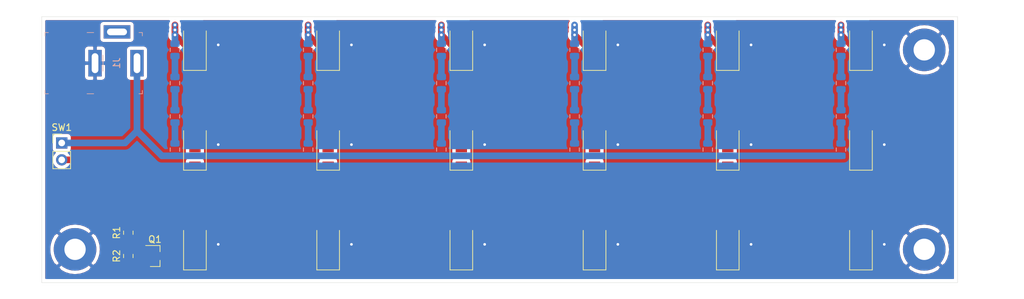
<source format=kicad_pcb>
(kicad_pcb (version 20171130) (host pcbnew "(5.1.6)-1")
  (layers (0 F.Cu signal) (31 B.Cu signal) (34 B.Paste user) (35 F.Paste user) (36 B.SilkS user) (37 F.SilkS user) (38 B.Mask user) (39 F.Mask user) (44 Edge.Cuts user))
  (net 0 "")
  (net 1 "Net-(D1-Pad2)")
  (net 2 "Net-(D1-Pad1)")
  (net 3 "Net-(D2-Pad1)")
  (net 4 SW_GND)
  (net 5 "Net-(D4-Pad2)")
  (net 6 "Net-(D4-Pad1)")
  (net 7 "Net-(D5-Pad1)")
  (net 8 "Net-(D7-Pad2)")
  (net 9 "Net-(D7-Pad1)")
  (net 10 "Net-(D8-Pad1)")
  (net 11 "Net-(D10-Pad2)")
  (net 12 "Net-(D10-Pad1)")
  (net 13 "Net-(D11-Pad1)")
  (net 14 "Net-(D13-Pad2)")
  (net 15 "Net-(D13-Pad1)")
  (net 16 "Net-(D14-Pad1)")
  (net 17 "Net-(D16-Pad2)")
  (net 18 "Net-(D16-Pad1)")
  (net 19 "Net-(D17-Pad1)")
  (net 20 +12V)
  (net 21 GND)
  (net 22 "Net-(Q1-Pad1)")
  (net 23 SW_V)
  (net 24 "Net-(R3-Pad2)")
  (net 25 "Net-(R4-Pad2)")
  (net 26 "Net-(R5-Pad2)")
  (net 27 "Net-(R7-Pad2)")
  (net 28 "Net-(R8-Pad2)")
  (net 29 "Net-(R10-Pad1)")
  (net 30 "Net-(R11-Pad2)")
  (net 31 "Net-(R12-Pad2)")
  (net 32 "Net-(R13-Pad2)")
  (net 33 "Net-(R15-Pad2)")
  (net 34 "Net-(R16-Pad2)")
  (net 35 "Net-(R17-Pad2)")
  (net 36 "Net-(R19-Pad2)")
  (net 37 "Net-(R20-Pad2)")
  (net 38 "Net-(R21-Pad2)")
  (net 39 "Net-(R23-Pad2)")
  (net 40 "Net-(R24-Pad2)")
  (net 41 "Net-(R25-Pad2)")
  (module LED_SMD:LED_Yuji_5730 (layer F.Cu) (at 78 59.5 90)
    (fp_text reference D18 hide)
    (fp_text value 3.2v)
    (fp_line (start -3.59 1.7) (end -3.59 -1.7) (layer F.SilkS) (width 0.12))
    (fp_line (start 2.35 1.7) (end -3.59 1.7) (layer F.SilkS) (width 0.12))
    (fp_line (start -3.59 -1.7) (end 2.35 -1.7) (layer F.SilkS) (width 0.12))
    (pad 2 smd rect (at 0.35 0 90) (size 2.5 1.7) (layers F.Cu F.Paste F.Mask) (net 19 "Net-(D17-Pad1)"))
    (pad 2 smd rect (at 2.85 0 90) (size 1.1 1.7) (layers F.Cu F.Paste F.Mask) (net 19 "Net-(D17-Pad1)"))
    (pad 1 smd rect (at -2.85 0 90) (size 1.1 1.7) (layers F.Cu F.Paste F.Mask) (net 4 SW_GND))
  )
  (module LED_SMD:LED_Yuji_5730 (layer F.Cu) (at 78 44.5 90)
    (fp_text reference D17 hide)
    (fp_text value 3.2v)
    (fp_line (start -3.59 1.7) (end -3.59 -1.7) (layer F.SilkS) (width 0.12))
    (fp_line (start 2.35 1.7) (end -3.59 1.7) (layer F.SilkS) (width 0.12))
    (fp_line (start -3.59 -1.7) (end 2.35 -1.7) (layer F.SilkS) (width 0.12))
    (pad 2 smd rect (at 0.35 0 90) (size 2.5 1.7) (layers F.Cu F.Paste F.Mask) (net 18 "Net-(D16-Pad1)"))
    (pad 2 smd rect (at 2.85 0 90) (size 1.1 1.7) (layers F.Cu F.Paste F.Mask) (net 18 "Net-(D16-Pad1)"))
    (pad 1 smd rect (at -2.85 0 90) (size 1.1 1.7) (layers F.Cu F.Paste F.Mask) (net 19 "Net-(D17-Pad1)"))
  )
  (module LED_SMD:LED_Yuji_5730 (layer F.Cu) (at 78 29.5 90)
    (fp_text reference D16 hide)
    (fp_text value 3.2v)
    (fp_line (start -3.59 1.7) (end -3.59 -1.7) (layer F.SilkS) (width 0.12))
    (fp_line (start 2.35 1.7) (end -3.59 1.7) (layer F.SilkS) (width 0.12))
    (fp_line (start -3.59 -1.7) (end 2.35 -1.7) (layer F.SilkS) (width 0.12))
    (pad 2 smd rect (at 0.35 0 90) (size 2.5 1.7) (layers F.Cu F.Paste F.Mask) (net 17 "Net-(D16-Pad2)"))
    (pad 2 smd rect (at 2.85 0 90) (size 1.1 1.7) (layers F.Cu F.Paste F.Mask) (net 17 "Net-(D16-Pad2)"))
    (pad 1 smd rect (at -2.85 0 90) (size 1.1 1.7) (layers F.Cu F.Paste F.Mask) (net 18 "Net-(D16-Pad1)"))
  )
  (module LED_SMD:LED_Yuji_5730 (layer F.Cu) (at 98 59.5 90)
    (fp_text reference D15 hide)
    (fp_text value 3.2v)
    (fp_line (start -3.59 1.7) (end -3.59 -1.7) (layer F.SilkS) (width 0.12))
    (fp_line (start 2.35 1.7) (end -3.59 1.7) (layer F.SilkS) (width 0.12))
    (fp_line (start -3.59 -1.7) (end 2.35 -1.7) (layer F.SilkS) (width 0.12))
    (pad 2 smd rect (at 0.35 0 90) (size 2.5 1.7) (layers F.Cu F.Paste F.Mask) (net 16 "Net-(D14-Pad1)"))
    (pad 2 smd rect (at 2.85 0 90) (size 1.1 1.7) (layers F.Cu F.Paste F.Mask) (net 16 "Net-(D14-Pad1)"))
    (pad 1 smd rect (at -2.85 0 90) (size 1.1 1.7) (layers F.Cu F.Paste F.Mask) (net 4 SW_GND))
  )
  (module LED_SMD:LED_Yuji_5730 (layer F.Cu) (at 98 44.5 90)
    (fp_text reference D14 hide)
    (fp_text value 3.2v)
    (fp_line (start -3.59 1.7) (end -3.59 -1.7) (layer F.SilkS) (width 0.12))
    (fp_line (start 2.35 1.7) (end -3.59 1.7) (layer F.SilkS) (width 0.12))
    (fp_line (start -3.59 -1.7) (end 2.35 -1.7) (layer F.SilkS) (width 0.12))
    (pad 2 smd rect (at 0.35 0 90) (size 2.5 1.7) (layers F.Cu F.Paste F.Mask) (net 15 "Net-(D13-Pad1)"))
    (pad 2 smd rect (at 2.85 0 90) (size 1.1 1.7) (layers F.Cu F.Paste F.Mask) (net 15 "Net-(D13-Pad1)"))
    (pad 1 smd rect (at -2.85 0 90) (size 1.1 1.7) (layers F.Cu F.Paste F.Mask) (net 16 "Net-(D14-Pad1)"))
  )
  (module LED_SMD:LED_Yuji_5730 (layer F.Cu) (at 98 29.5 90)
    (fp_text reference D13 hide)
    (fp_text value 3.2v)
    (fp_line (start -3.59 1.7) (end -3.59 -1.7) (layer F.SilkS) (width 0.12))
    (fp_line (start 2.35 1.7) (end -3.59 1.7) (layer F.SilkS) (width 0.12))
    (fp_line (start -3.59 -1.7) (end 2.35 -1.7) (layer F.SilkS) (width 0.12))
    (pad 2 smd rect (at 0.35 0 90) (size 2.5 1.7) (layers F.Cu F.Paste F.Mask) (net 14 "Net-(D13-Pad2)"))
    (pad 2 smd rect (at 2.85 0 90) (size 1.1 1.7) (layers F.Cu F.Paste F.Mask) (net 14 "Net-(D13-Pad2)"))
    (pad 1 smd rect (at -2.85 0 90) (size 1.1 1.7) (layers F.Cu F.Paste F.Mask) (net 15 "Net-(D13-Pad1)"))
  )
  (module LED_SMD:LED_Yuji_5730 (layer F.Cu) (at 118.000001 59.5 90)
    (fp_text reference D12 hide)
    (fp_text value 3.2v)
    (fp_line (start -3.59 1.7) (end -3.59 -1.7) (layer F.SilkS) (width 0.12))
    (fp_line (start 2.35 1.7) (end -3.59 1.7) (layer F.SilkS) (width 0.12))
    (fp_line (start -3.59 -1.7) (end 2.35 -1.7) (layer F.SilkS) (width 0.12))
    (pad 2 smd rect (at 0.35 0 90) (size 2.5 1.7) (layers F.Cu F.Paste F.Mask) (net 13 "Net-(D11-Pad1)"))
    (pad 2 smd rect (at 2.85 0 90) (size 1.1 1.7) (layers F.Cu F.Paste F.Mask) (net 13 "Net-(D11-Pad1)"))
    (pad 1 smd rect (at -2.85 0 90) (size 1.1 1.7) (layers F.Cu F.Paste F.Mask) (net 4 SW_GND))
  )
  (module LED_SMD:LED_Yuji_5730 (layer F.Cu) (at 118 44.5 90)
    (fp_text reference D11 hide)
    (fp_text value 3.2v)
    (fp_line (start -3.59 1.7) (end -3.59 -1.7) (layer F.SilkS) (width 0.12))
    (fp_line (start 2.35 1.7) (end -3.59 1.7) (layer F.SilkS) (width 0.12))
    (fp_line (start -3.59 -1.7) (end 2.35 -1.7) (layer F.SilkS) (width 0.12))
    (pad 2 smd rect (at 0.35 0 90) (size 2.5 1.7) (layers F.Cu F.Paste F.Mask) (net 12 "Net-(D10-Pad1)"))
    (pad 2 smd rect (at 2.85 0 90) (size 1.1 1.7) (layers F.Cu F.Paste F.Mask) (net 12 "Net-(D10-Pad1)"))
    (pad 1 smd rect (at -2.85 0 90) (size 1.1 1.7) (layers F.Cu F.Paste F.Mask) (net 13 "Net-(D11-Pad1)"))
  )
  (module LED_SMD:LED_Yuji_5730 (layer F.Cu) (at 118 29.5 90)
    (fp_text reference D10 hide)
    (fp_text value 3.2v)
    (fp_line (start -3.59 1.7) (end -3.59 -1.7) (layer F.SilkS) (width 0.12))
    (fp_line (start 2.35 1.7) (end -3.59 1.7) (layer F.SilkS) (width 0.12))
    (fp_line (start -3.59 -1.7) (end 2.35 -1.7) (layer F.SilkS) (width 0.12))
    (pad 2 smd rect (at 0.35 0 90) (size 2.5 1.7) (layers F.Cu F.Paste F.Mask) (net 11 "Net-(D10-Pad2)"))
    (pad 2 smd rect (at 2.85 0 90) (size 1.1 1.7) (layers F.Cu F.Paste F.Mask) (net 11 "Net-(D10-Pad2)"))
    (pad 1 smd rect (at -2.85 0 90) (size 1.1 1.7) (layers F.Cu F.Paste F.Mask) (net 12 "Net-(D10-Pad1)"))
  )
  (module LED_SMD:LED_Yuji_5730 (layer F.Cu) (at 138 59.5 90)
    (fp_text reference D9 hide)
    (fp_text value 3.2v)
    (fp_line (start -3.59 1.7) (end -3.59 -1.7) (layer F.SilkS) (width 0.12))
    (fp_line (start 2.35 1.7) (end -3.59 1.7) (layer F.SilkS) (width 0.12))
    (fp_line (start -3.59 -1.7) (end 2.35 -1.7) (layer F.SilkS) (width 0.12))
    (pad 2 smd rect (at 0.35 0 90) (size 2.5 1.7) (layers F.Cu F.Paste F.Mask) (net 10 "Net-(D8-Pad1)"))
    (pad 2 smd rect (at 2.85 0 90) (size 1.1 1.7) (layers F.Cu F.Paste F.Mask) (net 10 "Net-(D8-Pad1)"))
    (pad 1 smd rect (at -2.85 0 90) (size 1.1 1.7) (layers F.Cu F.Paste F.Mask) (net 4 SW_GND))
  )
  (module LED_SMD:LED_Yuji_5730 (layer F.Cu) (at 138 44.5 90)
    (fp_text reference D8 hide)
    (fp_text value 3.2v)
    (fp_line (start -3.59 1.7) (end -3.59 -1.7) (layer F.SilkS) (width 0.12))
    (fp_line (start 2.35 1.7) (end -3.59 1.7) (layer F.SilkS) (width 0.12))
    (fp_line (start -3.59 -1.7) (end 2.35 -1.7) (layer F.SilkS) (width 0.12))
    (pad 2 smd rect (at 0.35 0 90) (size 2.5 1.7) (layers F.Cu F.Paste F.Mask) (net 9 "Net-(D7-Pad1)"))
    (pad 2 smd rect (at 2.85 0 90) (size 1.1 1.7) (layers F.Cu F.Paste F.Mask) (net 9 "Net-(D7-Pad1)"))
    (pad 1 smd rect (at -2.85 0 90) (size 1.1 1.7) (layers F.Cu F.Paste F.Mask) (net 10 "Net-(D8-Pad1)"))
  )
  (module LED_SMD:LED_Yuji_5730 (layer F.Cu) (at 138 29.5 90)
    (fp_text reference D7 hide)
    (fp_text value 3.2v)
    (fp_line (start -3.59 1.7) (end -3.59 -1.7) (layer F.SilkS) (width 0.12))
    (fp_line (start 2.35 1.7) (end -3.59 1.7) (layer F.SilkS) (width 0.12))
    (fp_line (start -3.59 -1.7) (end 2.35 -1.7) (layer F.SilkS) (width 0.12))
    (pad 2 smd rect (at 0.35 0 90) (size 2.5 1.7) (layers F.Cu F.Paste F.Mask) (net 8 "Net-(D7-Pad2)"))
    (pad 2 smd rect (at 2.85 0 90) (size 1.1 1.7) (layers F.Cu F.Paste F.Mask) (net 8 "Net-(D7-Pad2)"))
    (pad 1 smd rect (at -2.85 0 90) (size 1.1 1.7) (layers F.Cu F.Paste F.Mask) (net 9 "Net-(D7-Pad1)"))
  )
  (module LED_SMD:LED_Yuji_5730 (layer F.Cu) (at 158.000001 59.5 90)
    (fp_text reference D6 hide)
    (fp_text value 3.2v)
    (fp_line (start -3.59 1.7) (end -3.59 -1.7) (layer F.SilkS) (width 0.12))
    (fp_line (start 2.35 1.7) (end -3.59 1.7) (layer F.SilkS) (width 0.12))
    (fp_line (start -3.59 -1.7) (end 2.35 -1.7) (layer F.SilkS) (width 0.12))
    (pad 2 smd rect (at 0.35 0 90) (size 2.5 1.7) (layers F.Cu F.Paste F.Mask) (net 7 "Net-(D5-Pad1)"))
    (pad 2 smd rect (at 2.85 0 90) (size 1.1 1.7) (layers F.Cu F.Paste F.Mask) (net 7 "Net-(D5-Pad1)"))
    (pad 1 smd rect (at -2.85 0 90) (size 1.1 1.7) (layers F.Cu F.Paste F.Mask) (net 4 SW_GND))
  )
  (module LED_SMD:LED_Yuji_5730 (layer F.Cu) (at 158 44.5 90)
    (fp_text reference D5 hide)
    (fp_text value 3.2v)
    (fp_line (start -3.59 1.7) (end -3.59 -1.7) (layer F.SilkS) (width 0.12))
    (fp_line (start 2.35 1.7) (end -3.59 1.7) (layer F.SilkS) (width 0.12))
    (fp_line (start -3.59 -1.7) (end 2.35 -1.7) (layer F.SilkS) (width 0.12))
    (pad 2 smd rect (at 0.35 0 90) (size 2.5 1.7) (layers F.Cu F.Paste F.Mask) (net 6 "Net-(D4-Pad1)"))
    (pad 2 smd rect (at 2.85 0 90) (size 1.1 1.7) (layers F.Cu F.Paste F.Mask) (net 6 "Net-(D4-Pad1)"))
    (pad 1 smd rect (at -2.85 0 90) (size 1.1 1.7) (layers F.Cu F.Paste F.Mask) (net 7 "Net-(D5-Pad1)"))
  )
  (module LED_SMD:LED_Yuji_5730 (layer F.Cu) (at 158 29.5 90)
    (fp_text reference D4 hide)
    (fp_text value 3.2v)
    (fp_line (start -3.59 1.7) (end -3.59 -1.7) (layer F.SilkS) (width 0.12))
    (fp_line (start 2.35 1.7) (end -3.59 1.7) (layer F.SilkS) (width 0.12))
    (fp_line (start -3.59 -1.7) (end 2.35 -1.7) (layer F.SilkS) (width 0.12))
    (pad 2 smd rect (at 0.35 0 90) (size 2.5 1.7) (layers F.Cu F.Paste F.Mask) (net 5 "Net-(D4-Pad2)"))
    (pad 2 smd rect (at 2.85 0 90) (size 1.1 1.7) (layers F.Cu F.Paste F.Mask) (net 5 "Net-(D4-Pad2)"))
    (pad 1 smd rect (at -2.85 0 90) (size 1.1 1.7) (layers F.Cu F.Paste F.Mask) (net 6 "Net-(D4-Pad1)"))
  )
  (module LED_SMD:LED_Yuji_5730 (layer F.Cu) (at 178 59.5 90)
    (fp_text reference D3 hide)
    (fp_text value 3.2v)
    (fp_line (start -3.59 1.7) (end -3.59 -1.7) (layer F.SilkS) (width 0.12))
    (fp_line (start 2.35 1.7) (end -3.59 1.7) (layer F.SilkS) (width 0.12))
    (fp_line (start -3.59 -1.7) (end 2.35 -1.7) (layer F.SilkS) (width 0.12))
    (pad 2 smd rect (at 0.35 0 90) (size 2.5 1.7) (layers F.Cu F.Paste F.Mask) (net 3 "Net-(D2-Pad1)"))
    (pad 2 smd rect (at 2.85 0 90) (size 1.1 1.7) (layers F.Cu F.Paste F.Mask) (net 3 "Net-(D2-Pad1)"))
    (pad 1 smd rect (at -2.85 0 90) (size 1.1 1.7) (layers F.Cu F.Paste F.Mask) (net 4 SW_GND))
  )
  (module LED_SMD:LED_Yuji_5730 (layer F.Cu) (at 178 44.5 90)
    (fp_text reference D2 hide)
    (fp_text value 3.2v)
    (fp_line (start -3.59 1.7) (end -3.59 -1.7) (layer F.SilkS) (width 0.12))
    (fp_line (start 2.35 1.7) (end -3.59 1.7) (layer F.SilkS) (width 0.12))
    (fp_line (start -3.59 -1.7) (end 2.35 -1.7) (layer F.SilkS) (width 0.12))
    (pad 2 smd rect (at 0.35 0 90) (size 2.5 1.7) (layers F.Cu F.Paste F.Mask) (net 2 "Net-(D1-Pad1)"))
    (pad 2 smd rect (at 2.85 0 90) (size 1.1 1.7) (layers F.Cu F.Paste F.Mask) (net 2 "Net-(D1-Pad1)"))
    (pad 1 smd rect (at -2.85 0 90) (size 1.1 1.7) (layers F.Cu F.Paste F.Mask) (net 3 "Net-(D2-Pad1)"))
  )
  (module LED_SMD:LED_Yuji_5730 (layer F.Cu) (at 178 29.5 90)
    (fp_text reference D1 hide)
    (fp_text value 3.2v)
    (fp_line (start -3.59 1.7) (end -3.59 -1.7) (layer F.SilkS) (width 0.12))
    (fp_line (start 2.35 1.7) (end -3.59 1.7) (layer F.SilkS) (width 0.12))
    (fp_line (start -3.59 -1.7) (end 2.35 -1.7) (layer F.SilkS) (width 0.12))
    (pad 2 smd rect (at 0.35 0 90) (size 2.5 1.7) (layers F.Cu F.Paste F.Mask) (net 1 "Net-(D1-Pad2)"))
    (pad 2 smd rect (at 2.85 0 90) (size 1.1 1.7) (layers F.Cu F.Paste F.Mask) (net 1 "Net-(D1-Pad2)"))
    (pad 1 smd rect (at -2.85 0 90) (size 1.1 1.7) (layers F.Cu F.Paste F.Mask) (net 2 "Net-(D1-Pad1)"))
  )
  (module MountingHole:MountingHole_3.2mm_M3_Pad (layer F.Cu) (at 60 60)
    (fp_text reference REF** hide)
    (fp_text value MountingHole_3.2mm_M3_Pad)
    (pad 1 thru_hole circle (at 0 0) (size 6.4 6.4) (drill 3.2) (layers *.Cu *.Mask) (net 21 GND))
  )
  (module MountingHole:MountingHole_3.2mm_M3_Pad (layer F.Cu) (at 187.5 60)
    (fp_text reference REF** hide)
    (fp_text value MountingHole_3.2mm_M3_Pad)
    (pad 1 thru_hole circle (at 0 0) (size 6.4 6.4) (drill 3.2) (layers *.Cu *.Mask) (net 21 GND))
  )
  (module MountingHole:MountingHole_3.2mm_M3_Pad (layer F.Cu) (at 187.5 30)
    (fp_text reference REF** hide)
    (fp_text value MountingHole_3.2mm_M3_Pad)
    (pad 1 thru_hole circle (at 0 0) (size 6.4 6.4) (drill 3.2) (layers *.Cu *.Mask) (net 21 GND))
  )
  (module Connector_PinHeader_2.54mm:PinHeader_1x02_P2.54mm_Vertical (layer F.Cu) (at 58 44)
    (fp_text reference SW1 (at 0 -2.33) (layer F.SilkS))
    (fp_text value SW_SPST)
    (fp_line (start -1.33 -1.33) (end 0 -1.33) (layer F.SilkS) (width 0.12))
    (fp_line (start -1.33 0) (end -1.33 -1.33) (layer F.SilkS) (width 0.12))
    (fp_line (start -1.33 1.27) (end 1.33 1.27) (layer F.SilkS) (width 0.12))
    (fp_line (start 1.33 1.27) (end 1.33 3.87) (layer F.SilkS) (width 0.12))
    (fp_line (start -1.33 1.27) (end -1.33 3.87) (layer F.SilkS) (width 0.12))
    (fp_line (start -1.33 3.87) (end 1.33 3.87) (layer F.SilkS) (width 0.12))
    (pad 2 thru_hole oval (at 0 2.54) (size 1.7 1.7) (drill 1) (layers *.Cu *.Mask) (net 23 SW_V))
    (pad 1 thru_hole rect (at 0 0) (size 1.7 1.7) (drill 1) (layers *.Cu *.Mask) (net 20 +12V))
  )
  (module Resistor_SMD:R_0805_2012Metric (layer B.Cu) (at 75 30 90)
    (fp_text reference R26 hide)
    (fp_text value 10R)
    (fp_line (start -0.258578 -0.71) (end 0.258578 -0.71) (layer B.SilkS) (width 0.12))
    (fp_line (start -0.258578 0.71) (end 0.258578 0.71) (layer B.SilkS) (width 0.12))
    (pad 2 smd roundrect (at 0.9375 0 90) (size 0.975 1.4) (layers B.Cu B.Paste B.Mask) (net 17 "Net-(D16-Pad2)"))
    (pad 1 smd roundrect (at -0.9375 0 90) (size 0.975 1.4) (layers B.Cu B.Paste B.Mask) (net 41 "Net-(R25-Pad2)"))
  )
  (module Resistor_SMD:R_0805_2012Metric (layer B.Cu) (at 75 35.000001 90)
    (fp_text reference R25 hide)
    (fp_text value 10R)
    (fp_line (start -0.258578 -0.71) (end 0.258578 -0.71) (layer B.SilkS) (width 0.12))
    (fp_line (start -0.258578 0.71) (end 0.258578 0.71) (layer B.SilkS) (width 0.12))
    (pad 2 smd roundrect (at 0.9375 0 90) (size 0.975 1.4) (layers B.Cu B.Paste B.Mask) (net 41 "Net-(R25-Pad2)"))
    (pad 1 smd roundrect (at -0.9375 0 90) (size 0.975 1.4) (layers B.Cu B.Paste B.Mask) (net 40 "Net-(R24-Pad2)"))
  )
  (module Resistor_SMD:R_0805_2012Metric (layer B.Cu) (at 75 40 90)
    (fp_text reference R24 hide)
    (fp_text value 10R)
    (fp_line (start -0.258578 -0.71) (end 0.258578 -0.71) (layer B.SilkS) (width 0.12))
    (fp_line (start -0.258578 0.71) (end 0.258578 0.71) (layer B.SilkS) (width 0.12))
    (pad 2 smd roundrect (at 0.9375 0 90) (size 0.975 1.4) (layers B.Cu B.Paste B.Mask) (net 40 "Net-(R24-Pad2)"))
    (pad 1 smd roundrect (at -0.9375 0 90) (size 0.975 1.4) (layers B.Cu B.Paste B.Mask) (net 39 "Net-(R23-Pad2)"))
  )
  (module Resistor_SMD:R_0805_2012Metric (layer B.Cu) (at 75 45 90)
    (fp_text reference R23 hide)
    (fp_text value 10R)
    (fp_line (start -0.258578 -0.71) (end 0.258578 -0.71) (layer B.SilkS) (width 0.12))
    (fp_line (start -0.258578 0.71) (end 0.258578 0.71) (layer B.SilkS) (width 0.12))
    (pad 2 smd roundrect (at 0.9375 0 90) (size 0.975 1.4) (layers B.Cu B.Paste B.Mask) (net 39 "Net-(R23-Pad2)"))
    (pad 1 smd roundrect (at -0.9375 0 90) (size 0.975 1.4) (layers B.Cu B.Paste B.Mask) (net 20 +12V))
  )
  (module Resistor_SMD:R_0805_2012Metric (layer B.Cu) (at 95 30 90)
    (fp_text reference R22 hide)
    (fp_text value 10R)
    (fp_line (start -0.258578 -0.71) (end 0.258578 -0.71) (layer B.SilkS) (width 0.12))
    (fp_line (start -0.258578 0.71) (end 0.258578 0.71) (layer B.SilkS) (width 0.12))
    (pad 2 smd roundrect (at 0.9375 0 90) (size 0.975 1.4) (layers B.Cu B.Paste B.Mask) (net 14 "Net-(D13-Pad2)"))
    (pad 1 smd roundrect (at -0.9375 0 90) (size 0.975 1.4) (layers B.Cu B.Paste B.Mask) (net 38 "Net-(R21-Pad2)"))
  )
  (module Resistor_SMD:R_0805_2012Metric (layer B.Cu) (at 95 35 90)
    (fp_text reference R21 hide)
    (fp_text value 10R)
    (fp_line (start -0.258578 -0.71) (end 0.258578 -0.71) (layer B.SilkS) (width 0.12))
    (fp_line (start -0.258578 0.71) (end 0.258578 0.71) (layer B.SilkS) (width 0.12))
    (pad 2 smd roundrect (at 0.9375 0 90) (size 0.975 1.4) (layers B.Cu B.Paste B.Mask) (net 38 "Net-(R21-Pad2)"))
    (pad 1 smd roundrect (at -0.9375 0 90) (size 0.975 1.4) (layers B.Cu B.Paste B.Mask) (net 37 "Net-(R20-Pad2)"))
  )
  (module Resistor_SMD:R_0805_2012Metric (layer B.Cu) (at 95 40 90)
    (fp_text reference R20 hide)
    (fp_text value 10R)
    (fp_line (start -0.258578 -0.71) (end 0.258578 -0.71) (layer B.SilkS) (width 0.12))
    (fp_line (start -0.258578 0.71) (end 0.258578 0.71) (layer B.SilkS) (width 0.12))
    (pad 2 smd roundrect (at 0.9375 0 90) (size 0.975 1.4) (layers B.Cu B.Paste B.Mask) (net 37 "Net-(R20-Pad2)"))
    (pad 1 smd roundrect (at -0.9375 0 90) (size 0.975 1.4) (layers B.Cu B.Paste B.Mask) (net 36 "Net-(R19-Pad2)"))
  )
  (module Resistor_SMD:R_0805_2012Metric (layer B.Cu) (at 95 45 90)
    (fp_text reference R19 hide)
    (fp_text value 10R)
    (fp_line (start -0.258578 -0.71) (end 0.258578 -0.71) (layer B.SilkS) (width 0.12))
    (fp_line (start -0.258578 0.71) (end 0.258578 0.71) (layer B.SilkS) (width 0.12))
    (pad 2 smd roundrect (at 0.9375 0 90) (size 0.975 1.4) (layers B.Cu B.Paste B.Mask) (net 36 "Net-(R19-Pad2)"))
    (pad 1 smd roundrect (at -0.9375 0 90) (size 0.975 1.4) (layers B.Cu B.Paste B.Mask) (net 20 +12V))
  )
  (module Resistor_SMD:R_0805_2012Metric (layer B.Cu) (at 115 30 90)
    (fp_text reference R18 hide)
    (fp_text value 10R)
    (fp_line (start -0.258578 -0.71) (end 0.258578 -0.71) (layer B.SilkS) (width 0.12))
    (fp_line (start -0.258578 0.71) (end 0.258578 0.71) (layer B.SilkS) (width 0.12))
    (pad 2 smd roundrect (at 0.9375 0 90) (size 0.975 1.4) (layers B.Cu B.Paste B.Mask) (net 11 "Net-(D10-Pad2)"))
    (pad 1 smd roundrect (at -0.9375 0 90) (size 0.975 1.4) (layers B.Cu B.Paste B.Mask) (net 35 "Net-(R17-Pad2)"))
  )
  (module Resistor_SMD:R_0805_2012Metric (layer B.Cu) (at 115 35 90)
    (fp_text reference R17 hide)
    (fp_text value 10R)
    (fp_line (start -0.258578 -0.71) (end 0.258578 -0.71) (layer B.SilkS) (width 0.12))
    (fp_line (start -0.258578 0.71) (end 0.258578 0.71) (layer B.SilkS) (width 0.12))
    (pad 2 smd roundrect (at 0.9375 0 90) (size 0.975 1.4) (layers B.Cu B.Paste B.Mask) (net 35 "Net-(R17-Pad2)"))
    (pad 1 smd roundrect (at -0.9375 0 90) (size 0.975 1.4) (layers B.Cu B.Paste B.Mask) (net 34 "Net-(R16-Pad2)"))
  )
  (module Resistor_SMD:R_0805_2012Metric (layer B.Cu) (at 115 40 90)
    (fp_text reference R16 hide)
    (fp_text value 10R)
    (fp_line (start -0.258578 -0.71) (end 0.258578 -0.71) (layer B.SilkS) (width 0.12))
    (fp_line (start -0.258578 0.71) (end 0.258578 0.71) (layer B.SilkS) (width 0.12))
    (pad 2 smd roundrect (at 0.9375 0 90) (size 0.975 1.4) (layers B.Cu B.Paste B.Mask) (net 34 "Net-(R16-Pad2)"))
    (pad 1 smd roundrect (at -0.9375 0 90) (size 0.975 1.4) (layers B.Cu B.Paste B.Mask) (net 33 "Net-(R15-Pad2)"))
  )
  (module Resistor_SMD:R_0805_2012Metric (layer B.Cu) (at 115 45 90)
    (fp_text reference R15 hide)
    (fp_text value 10R)
    (fp_line (start -0.258578 -0.71) (end 0.258578 -0.71) (layer B.SilkS) (width 0.12))
    (fp_line (start -0.258578 0.71) (end 0.258578 0.71) (layer B.SilkS) (width 0.12))
    (pad 2 smd roundrect (at 0.9375 0 90) (size 0.975 1.4) (layers B.Cu B.Paste B.Mask) (net 33 "Net-(R15-Pad2)"))
    (pad 1 smd roundrect (at -0.9375 0 90) (size 0.975 1.4) (layers B.Cu B.Paste B.Mask) (net 20 +12V))
  )
  (module Resistor_SMD:R_0805_2012Metric (layer B.Cu) (at 135 30 90)
    (fp_text reference R14 hide)
    (fp_text value 10R)
    (fp_line (start -0.258578 -0.71) (end 0.258578 -0.71) (layer B.SilkS) (width 0.12))
    (fp_line (start -0.258578 0.71) (end 0.258578 0.71) (layer B.SilkS) (width 0.12))
    (pad 2 smd roundrect (at 0.9375 0 90) (size 0.975 1.4) (layers B.Cu B.Paste B.Mask) (net 8 "Net-(D7-Pad2)"))
    (pad 1 smd roundrect (at -0.9375 0 90) (size 0.975 1.4) (layers B.Cu B.Paste B.Mask) (net 32 "Net-(R13-Pad2)"))
  )
  (module Resistor_SMD:R_0805_2012Metric (layer B.Cu) (at 135 35 90)
    (fp_text reference R13 hide)
    (fp_text value 10R)
    (fp_line (start -0.258578 -0.71) (end 0.258578 -0.71) (layer B.SilkS) (width 0.12))
    (fp_line (start -0.258578 0.71) (end 0.258578 0.71) (layer B.SilkS) (width 0.12))
    (pad 2 smd roundrect (at 0.9375 0 90) (size 0.975 1.4) (layers B.Cu B.Paste B.Mask) (net 32 "Net-(R13-Pad2)"))
    (pad 1 smd roundrect (at -0.9375 0 90) (size 0.975 1.4) (layers B.Cu B.Paste B.Mask) (net 31 "Net-(R12-Pad2)"))
  )
  (module Resistor_SMD:R_0805_2012Metric (layer B.Cu) (at 135 40 90)
    (fp_text reference R12 hide)
    (fp_text value 10R)
    (fp_line (start -0.258578 -0.71) (end 0.258578 -0.71) (layer B.SilkS) (width 0.12))
    (fp_line (start -0.258578 0.71) (end 0.258578 0.71) (layer B.SilkS) (width 0.12))
    (pad 2 smd roundrect (at 0.9375 0 90) (size 0.975 1.4) (layers B.Cu B.Paste B.Mask) (net 31 "Net-(R12-Pad2)"))
    (pad 1 smd roundrect (at -0.9375 0 90) (size 0.975 1.4) (layers B.Cu B.Paste B.Mask) (net 30 "Net-(R11-Pad2)"))
  )
  (module Resistor_SMD:R_0805_2012Metric (layer B.Cu) (at 135 45 90)
    (fp_text reference R11 hide)
    (fp_text value 10R)
    (fp_line (start -0.258578 -0.71) (end 0.258578 -0.71) (layer B.SilkS) (width 0.12))
    (fp_line (start -0.258578 0.71) (end 0.258578 0.71) (layer B.SilkS) (width 0.12))
    (pad 2 smd roundrect (at 0.9375 0 90) (size 0.975 1.4) (layers B.Cu B.Paste B.Mask) (net 30 "Net-(R11-Pad2)"))
    (pad 1 smd roundrect (at -0.9375 0 90) (size 0.975 1.4) (layers B.Cu B.Paste B.Mask) (net 20 +12V))
  )
  (module Resistor_SMD:R_0805_2012Metric (layer B.Cu) (at 155 30 90)
    (fp_text reference R10 hide)
    (fp_text value 10R)
    (fp_line (start -0.258578 -0.71) (end 0.258578 -0.71) (layer B.SilkS) (width 0.12))
    (fp_line (start -0.258578 0.71) (end 0.258578 0.71) (layer B.SilkS) (width 0.12))
    (pad 2 smd roundrect (at 0.9375 0 90) (size 0.975 1.4) (layers B.Cu B.Paste B.Mask) (net 5 "Net-(D4-Pad2)"))
    (pad 1 smd roundrect (at -0.9375 0 90) (size 0.975 1.4) (layers B.Cu B.Paste B.Mask) (net 29 "Net-(R10-Pad1)"))
  )
  (module Resistor_SMD:R_0805_2012Metric (layer B.Cu) (at 155 35 90)
    (fp_text reference R9 hide)
    (fp_text value 10R)
    (fp_line (start -0.258578 -0.71) (end 0.258578 -0.71) (layer B.SilkS) (width 0.12))
    (fp_line (start -0.258578 0.71) (end 0.258578 0.71) (layer B.SilkS) (width 0.12))
    (pad 2 smd roundrect (at 0.9375 0 90) (size 0.975 1.4) (layers B.Cu B.Paste B.Mask) (net 29 "Net-(R10-Pad1)"))
    (pad 1 smd roundrect (at -0.9375 0 90) (size 0.975 1.4) (layers B.Cu B.Paste B.Mask) (net 28 "Net-(R8-Pad2)"))
  )
  (module Resistor_SMD:R_0805_2012Metric (layer B.Cu) (at 155 40 90)
    (fp_text reference R8 hide)
    (fp_text value 10R)
    (fp_line (start -0.258578 -0.71) (end 0.258578 -0.71) (layer B.SilkS) (width 0.12))
    (fp_line (start -0.258578 0.71) (end 0.258578 0.71) (layer B.SilkS) (width 0.12))
    (pad 2 smd roundrect (at 0.9375 0 90) (size 0.975 1.4) (layers B.Cu B.Paste B.Mask) (net 28 "Net-(R8-Pad2)"))
    (pad 1 smd roundrect (at -0.9375 0 90) (size 0.975 1.4) (layers B.Cu B.Paste B.Mask) (net 27 "Net-(R7-Pad2)"))
  )
  (module Resistor_SMD:R_0805_2012Metric (layer B.Cu) (at 155 45 90)
    (fp_text reference R7 hide)
    (fp_text value 10R)
    (fp_line (start -0.258578 -0.71) (end 0.258578 -0.71) (layer B.SilkS) (width 0.12))
    (fp_line (start -0.258578 0.71) (end 0.258578 0.71) (layer B.SilkS) (width 0.12))
    (pad 2 smd roundrect (at 0.9375 0 90) (size 0.975 1.4) (layers B.Cu B.Paste B.Mask) (net 27 "Net-(R7-Pad2)"))
    (pad 1 smd roundrect (at -0.9375 0 90) (size 0.975 1.4) (layers B.Cu B.Paste B.Mask) (net 20 +12V))
  )
  (module Resistor_SMD:R_0805_2012Metric (layer B.Cu) (at 175 30 90)
    (fp_text reference R6 hide)
    (fp_text value 10R)
    (fp_line (start -0.258578 -0.71) (end 0.258578 -0.71) (layer B.SilkS) (width 0.12))
    (fp_line (start -0.258578 0.71) (end 0.258578 0.71) (layer B.SilkS) (width 0.12))
    (pad 2 smd roundrect (at 0.9375 0 90) (size 0.975 1.4) (layers B.Cu B.Paste B.Mask) (net 1 "Net-(D1-Pad2)"))
    (pad 1 smd roundrect (at -0.9375 0 90) (size 0.975 1.4) (layers B.Cu B.Paste B.Mask) (net 26 "Net-(R5-Pad2)"))
  )
  (module Resistor_SMD:R_0805_2012Metric (layer B.Cu) (at 175 35 90)
    (fp_text reference R5 hide)
    (fp_text value 10R)
    (fp_line (start -0.258578 -0.71) (end 0.258578 -0.71) (layer B.SilkS) (width 0.12))
    (fp_line (start -0.258578 0.71) (end 0.258578 0.71) (layer B.SilkS) (width 0.12))
    (pad 2 smd roundrect (at 0.9375 0 90) (size 0.975 1.4) (layers B.Cu B.Paste B.Mask) (net 26 "Net-(R5-Pad2)"))
    (pad 1 smd roundrect (at -0.9375 0 90) (size 0.975 1.4) (layers B.Cu B.Paste B.Mask) (net 25 "Net-(R4-Pad2)"))
  )
  (module Resistor_SMD:R_0805_2012Metric (layer B.Cu) (at 175 40 90)
    (fp_text reference R4 hide)
    (fp_text value 10R)
    (fp_line (start -0.258578 -0.71) (end 0.258578 -0.71) (layer B.SilkS) (width 0.12))
    (fp_line (start -0.258578 0.71) (end 0.258578 0.71) (layer B.SilkS) (width 0.12))
    (pad 2 smd roundrect (at 0.9375 0 90) (size 0.975 1.4) (layers B.Cu B.Paste B.Mask) (net 25 "Net-(R4-Pad2)"))
    (pad 1 smd roundrect (at -0.9375 0 90) (size 0.975 1.4) (layers B.Cu B.Paste B.Mask) (net 24 "Net-(R3-Pad2)"))
  )
  (module Resistor_SMD:R_0805_2012Metric (layer B.Cu) (at 175 45 90)
    (fp_text reference R3 hide)
    (fp_text value 10R)
    (fp_line (start -0.258578 -0.71) (end 0.258578 -0.71) (layer B.SilkS) (width 0.12))
    (fp_line (start -0.258578 0.71) (end 0.258578 0.71) (layer B.SilkS) (width 0.12))
    (pad 2 smd roundrect (at 0.9375 0 90) (size 0.975 1.4) (layers B.Cu B.Paste B.Mask) (net 24 "Net-(R3-Pad2)"))
    (pad 1 smd roundrect (at -0.9375 0 90) (size 0.975 1.4) (layers B.Cu B.Paste B.Mask) (net 20 +12V))
  )
  (module Resistor_SMD:R_0805_2012Metric (layer F.Cu) (at 68 61 270)
    (fp_text reference R2 (at 0 1.75 90) (layer F.SilkS))
    (fp_text value 10kR)
    (fp_line (start -0.258578 0.71) (end 0.258578 0.71) (layer F.SilkS) (width 0.12))
    (fp_line (start -0.258578 -0.71) (end 0.258578 -0.71) (layer F.SilkS) (width 0.12))
    (pad 2 smd roundrect (at 0.9375 0 270) (size 0.975 1.4) (layers F.Cu F.Paste F.Mask) (net 21 GND))
    (pad 1 smd roundrect (at -0.9375 0 270) (size 0.975 1.4) (layers F.Cu F.Paste F.Mask) (net 22 "Net-(Q1-Pad1)"))
  )
  (module Resistor_SMD:R_0805_2012Metric (layer F.Cu) (at 68 57.5 270)
    (fp_text reference R1 (at 0 1.75 90) (layer F.SilkS))
    (fp_text value 1kR)
    (fp_line (start -0.258578 0.71) (end 0.258578 0.71) (layer F.SilkS) (width 0.12))
    (fp_line (start -0.258578 -0.71) (end 0.258578 -0.71) (layer F.SilkS) (width 0.12))
    (pad 2 smd roundrect (at 0.9375 0 270) (size 0.975 1.4) (layers F.Cu F.Paste F.Mask) (net 22 "Net-(Q1-Pad1)"))
    (pad 1 smd roundrect (at -0.9375 0 270) (size 0.975 1.4) (layers F.Cu F.Paste F.Mask) (net 23 SW_V))
  )
  (module Package_TO_SOT_SMD:SOT-23 (layer F.Cu) (at 72 61)
    (fp_text reference Q1 (at 0 -2.5) (layer F.SilkS))
    (fp_text value DMG2302U)
    (fp_line (start 0.76 1.58) (end -0.7 1.58) (layer F.SilkS) (width 0.12))
    (fp_line (start 0.76 -1.58) (end -1.4 -1.58) (layer F.SilkS) (width 0.12))
    (fp_line (start 0.76 -1.58) (end 0.76 -0.65) (layer F.SilkS) (width 0.12))
    (fp_line (start 0.76 1.58) (end 0.76 0.65) (layer F.SilkS) (width 0.12))
    (pad 3 smd rect (at 1 0) (size 0.9 0.8) (layers F.Cu F.Paste F.Mask) (net 4 SW_GND))
    (pad 2 smd rect (at -1 0.95) (size 0.9 0.8) (layers F.Cu F.Paste F.Mask) (net 21 GND))
    (pad 1 smd rect (at -1 -0.95) (size 0.9 0.8) (layers F.Cu F.Paste F.Mask) (net 22 "Net-(Q1-Pad1)"))
  )
  (module WM_lib:Barrel_Jack_Tensility_54-00167_5.5mmOD_2.5mmID (layer B.Cu) (at 66.3 32 270)
    (fp_text reference J1 (at 0 0.05 90) (layer B.SilkS) (effects (justify mirror)))
    (fp_text value Barrel_Jack_Switch)
    (fp_line (start 4.6 3.5) (end 4.6 4.5) (layer B.SilkS) (width 0.1))
    (fp_line (start -4.6 3.5) (end -4.6 4.5) (layer B.SilkS) (width 0.1))
    (fp_line (start 4.6 10.8) (end 4.6 10.3) (layer B.SilkS) (width 0.1))
    (fp_line (start 4.6 10.8) (end 4.1 10.8) (layer B.SilkS) (width 0.1))
    (fp_line (start -4.6 10.8) (end -4.1 10.8) (layer B.SilkS) (width 0.1))
    (fp_line (start -4.6 10.8) (end -4.6 10.3) (layer B.SilkS) (width 0.1))
    (fp_line (start -1.2 2.1) (end 1.2 2.1) (layer B.SilkS) (width 0.1))
    (fp_line (start -4.6 -3.8) (end -4.6 -3.3) (layer B.SilkS) (width 0.1))
    (fp_line (start -4.6 -3.8) (end -4.1 -3.8) (layer B.SilkS) (width 0.1))
    (fp_line (start 4.6 -3.8) (end 4.6 -3.3) (layer B.SilkS) (width 0.1))
    (fp_line (start 4.6 -3.8) (end 4.1 -3.8) (layer B.SilkS) (width 0.1))
    (pad 1 thru_hole rect (at 0 -3 180) (size 2 4) (drill oval 1 3) (layers *.Cu *.Mask) (net 20 +12V))
    (pad 2 thru_hole rect (at 0 3.3 180) (size 2 4) (drill oval 1 3) (layers *.Cu *.Mask) (net 21 GND))
    (pad 3 thru_hole rect (at -4.7 0 270) (size 2 4) (drill oval 1 3) (layers *.Cu *.Mask))
  )
  (gr_line (start 55 65) (end 55 25) (layer Edge.Cuts) (width 0.05))
  (gr_line (start 192.5 65) (end 55 65) (layer Edge.Cuts) (width 0.05))
  (gr_line (start 192.5 25) (end 192.5 65) (layer Edge.Cuts) (width 0.05))
  (gr_line (start 55 25) (end 192.5 25) (layer Edge.Cuts) (width 0.05))
  (segment (start 178 29.15) (end 178 26.65) (width 1) (layer F.Cu) (net 1))
  (via (at 175 27.75) (size 0.8) (drill 0.4) (layers F.Cu B.Cu) (net 1))
  (via (at 175 27) (size 0.8) (drill 0.4) (layers F.Cu B.Cu) (net 1))
  (via (at 175 26.25) (size 0.8) (drill 0.4) (layers F.Cu B.Cu) (net 1))
  (segment (start 175 29.0625) (end 175 27.75) (width 1) (layer B.Cu) (net 1))
  (segment (start 175 26.25) (end 175 27) (width 1) (layer F.Cu) (net 1))
  (segment (start 175 27) (end 175 27.75) (width 1) (layer F.Cu) (net 1))
  (segment (start 176.4 29.15) (end 175 27.75) (width 1) (layer F.Cu) (net 1))
  (segment (start 178 29.15) (end 176.4 29.15) (width 1) (layer F.Cu) (net 1))
  (segment (start 178 44.15) (end 178 41.65) (width 1) (layer F.Cu) (net 2))
  (segment (start 178 41.65) (end 178 32.35) (width 1) (layer F.Cu) (net 2))
  (segment (start 178 59.15) (end 178 56.65) (width 1) (layer F.Cu) (net 3))
  (segment (start 178 56.65) (end 178 47.35) (width 1) (layer F.Cu) (net 3))
  (segment (start 74.35 62.35) (end 73 61) (width 1) (layer F.Cu) (net 4))
  (segment (start 78 62.35) (end 74.35 62.35) (width 1) (layer F.Cu) (net 4))
  (segment (start 78 62.35) (end 98 62.35) (width 1) (layer F.Cu) (net 4))
  (segment (start 98 62.35) (end 118.000001 62.35) (width 1) (layer F.Cu) (net 4))
  (segment (start 118.000001 62.35) (end 138 62.35) (width 1) (layer F.Cu) (net 4))
  (segment (start 138 62.35) (end 158.000001 62.35) (width 1) (layer F.Cu) (net 4))
  (segment (start 158.000001 62.35) (end 178 62.35) (width 1) (layer F.Cu) (net 4))
  (via (at 155 27) (size 0.8) (drill 0.4) (layers F.Cu B.Cu) (net 5))
  (via (at 155 26.25) (size 0.8) (drill 0.4) (layers F.Cu B.Cu) (net 5))
  (via (at 155 27.75) (size 0.8) (drill 0.4) (layers F.Cu B.Cu) (net 5))
  (segment (start 158 29.15) (end 158 26.65) (width 1) (layer F.Cu) (net 5))
  (segment (start 155 29.0625) (end 155 27.75) (width 1) (layer B.Cu) (net 5))
  (segment (start 155 26.25) (end 155 27) (width 1) (layer F.Cu) (net 5))
  (segment (start 155 27) (end 155 27.75) (width 1) (layer F.Cu) (net 5))
  (segment (start 156.4 29.15) (end 155 27.75) (width 1) (layer F.Cu) (net 5))
  (segment (start 158 29.15) (end 156.4 29.15) (width 1) (layer F.Cu) (net 5))
  (segment (start 158 44.15) (end 158 41.65) (width 1) (layer F.Cu) (net 6))
  (segment (start 158 41.65) (end 158 32.35) (width 1) (layer F.Cu) (net 6))
  (segment (start 158.000001 59.15) (end 158.000001 56.65) (width 1) (layer F.Cu) (net 7))
  (segment (start 158.000001 47.350001) (end 158 47.35) (width 1) (layer F.Cu) (net 7))
  (segment (start 158.000001 56.65) (end 158.000001 47.350001) (width 1) (layer F.Cu) (net 7))
  (via (at 135 27) (size 0.8) (drill 0.4) (layers F.Cu B.Cu) (net 8))
  (via (at 135 26.25) (size 0.8) (drill 0.4) (layers F.Cu B.Cu) (net 8))
  (via (at 135 27.75) (size 0.8) (drill 0.4) (layers F.Cu B.Cu) (net 8))
  (segment (start 138 29.15) (end 138 26.65) (width 1) (layer F.Cu) (net 8))
  (segment (start 136.4 29.15) (end 135 27.75) (width 1) (layer F.Cu) (net 8))
  (segment (start 138 29.15) (end 136.4 29.15) (width 1) (layer F.Cu) (net 8))
  (segment (start 135 26.25) (end 135 27) (width 1) (layer B.Cu) (net 8))
  (segment (start 135 27) (end 135 27.75) (width 1) (layer B.Cu) (net 8))
  (segment (start 135 27.75) (end 135 29.0625) (width 1) (layer B.Cu) (net 8))
  (segment (start 138 44.15) (end 138 41.65) (width 1) (layer F.Cu) (net 9))
  (segment (start 138 41.65) (end 138 32.35) (width 1) (layer F.Cu) (net 9))
  (segment (start 138 59.15) (end 138 56.65) (width 1) (layer F.Cu) (net 10))
  (segment (start 138 56.65) (end 138 47.35) (width 1) (layer F.Cu) (net 10))
  (via (at 115 27) (size 0.8) (drill 0.4) (layers F.Cu B.Cu) (net 11))
  (via (at 115 26.25) (size 0.8) (drill 0.4) (layers F.Cu B.Cu) (net 11))
  (via (at 115 27.75) (size 0.8) (drill 0.4) (layers F.Cu B.Cu) (net 11))
  (segment (start 118 29.15) (end 118 26.65) (width 1) (layer F.Cu) (net 11))
  (segment (start 115 29.0625) (end 115 27.75) (width 1) (layer B.Cu) (net 11))
  (segment (start 115 26.25) (end 115 27) (width 1) (layer F.Cu) (net 11))
  (segment (start 115 27) (end 115 27.75) (width 1) (layer F.Cu) (net 11))
  (segment (start 116.4 29.15) (end 115 27.75) (width 1) (layer F.Cu) (net 11))
  (segment (start 118 29.15) (end 116.4 29.15) (width 1) (layer F.Cu) (net 11))
  (segment (start 118 44.15) (end 118 41.65) (width 1) (layer F.Cu) (net 12))
  (segment (start 118 41.65) (end 118 32.35) (width 1) (layer F.Cu) (net 12))
  (segment (start 118.000001 59.15) (end 118.000001 56.65) (width 1) (layer F.Cu) (net 13))
  (segment (start 118.000001 47.350001) (end 118 47.35) (width 1) (layer F.Cu) (net 13))
  (segment (start 118.000001 56.65) (end 118.000001 47.350001) (width 1) (layer F.Cu) (net 13))
  (via (at 95 27) (size 0.8) (drill 0.4) (layers F.Cu B.Cu) (net 14))
  (via (at 95 26.25) (size 0.8) (drill 0.4) (layers F.Cu B.Cu) (net 14))
  (via (at 95 27.75) (size 0.8) (drill 0.4) (layers F.Cu B.Cu) (net 14))
  (segment (start 98 26.65) (end 98 29.15) (width 1) (layer F.Cu) (net 14))
  (segment (start 95 27.75) (end 95 29.0625) (width 1) (layer B.Cu) (net 14))
  (segment (start 95 26.25) (end 95 27) (width 1) (layer F.Cu) (net 14))
  (segment (start 95 27) (end 95 27.75) (width 1) (layer F.Cu) (net 14))
  (segment (start 96.4 29.15) (end 95 27.75) (width 1) (layer F.Cu) (net 14))
  (segment (start 98 29.15) (end 96.4 29.15) (width 1) (layer F.Cu) (net 14))
  (segment (start 98 32.35) (end 98 41.65) (width 1) (layer F.Cu) (net 15))
  (segment (start 98 41.65) (end 98 44.15) (width 1) (layer F.Cu) (net 15))
  (segment (start 98 59.15) (end 98 56.65) (width 1) (layer F.Cu) (net 16))
  (segment (start 98 56.65) (end 98 47.35) (width 1) (layer F.Cu) (net 16))
  (via (at 75 27) (size 0.8) (drill 0.4) (layers F.Cu B.Cu) (net 17))
  (via (at 75 26.25) (size 0.8) (drill 0.4) (layers F.Cu B.Cu) (net 17))
  (via (at 75 27.75) (size 0.8) (drill 0.4) (layers F.Cu B.Cu) (net 17))
  (segment (start 75 29.0625) (end 75 27.75) (width 1) (layer B.Cu) (net 17))
  (segment (start 75 27.75) (end 75 27) (width 1) (layer F.Cu) (net 17))
  (segment (start 75 27) (end 75 26.25) (width 1) (layer F.Cu) (net 17))
  (segment (start 78 29.15) (end 78 26.65) (width 1) (layer F.Cu) (net 17))
  (segment (start 76.4 29.15) (end 75 27.75) (width 1) (layer F.Cu) (net 17))
  (segment (start 78 29.15) (end 76.4 29.15) (width 1) (layer F.Cu) (net 17))
  (segment (start 78 44.15) (end 78 41.65) (width 1) (layer F.Cu) (net 18))
  (segment (start 78 41.65) (end 78 32.35) (width 1) (layer F.Cu) (net 18))
  (segment (start 78 59.15) (end 78 56.65) (width 1) (layer F.Cu) (net 19))
  (segment (start 78 56.65) (end 78 47.35) (width 1) (layer F.Cu) (net 19))
  (segment (start 69.3 32) (end 69.3 42.2) (width 1) (layer B.Cu) (net 20))
  (segment (start 67.5 44) (end 58 44) (width 1) (layer B.Cu) (net 20))
  (segment (start 69.3 42.2) (end 67.5 44) (width 1) (layer B.Cu) (net 20))
  (segment (start 75 45.9375) (end 95 45.9375) (width 1) (layer B.Cu) (net 20))
  (segment (start 95 45.9375) (end 115 45.9375) (width 1) (layer B.Cu) (net 20))
  (segment (start 115 45.9375) (end 135 45.9375) (width 1) (layer B.Cu) (net 20))
  (segment (start 135 45.9375) (end 155 45.9375) (width 1) (layer B.Cu) (net 20))
  (segment (start 155 45.9375) (end 175 45.9375) (width 1) (layer B.Cu) (net 20))
  (segment (start 73.0375 45.9375) (end 69.3 42.2) (width 1) (layer B.Cu) (net 20))
  (segment (start 75 45.9375) (end 73.0375 45.9375) (width 1) (layer B.Cu) (net 20))
  (via (at 81.5 44.25) (size 0.8) (drill 0.4) (layers F.Cu B.Cu) (net 21))
  (via (at 101.5 44.25) (size 0.8) (drill 0.4) (layers F.Cu B.Cu) (net 21))
  (via (at 101.5 29.25) (size 0.8) (drill 0.4) (layers F.Cu B.Cu) (net 21))
  (via (at 121.5 44.25) (size 0.8) (drill 0.4) (layers F.Cu B.Cu) (net 21))
  (via (at 121.5 29.25) (size 0.8) (drill 0.4) (layers F.Cu B.Cu) (net 21))
  (via (at 141.5 44.25) (size 0.8) (drill 0.4) (layers F.Cu B.Cu) (net 21))
  (via (at 141.5 29.25) (size 0.8) (drill 0.4) (layers F.Cu B.Cu) (net 21))
  (via (at 161.5 44.25) (size 0.8) (drill 0.4) (layers F.Cu B.Cu) (net 21))
  (via (at 161.5 29.25) (size 0.8) (drill 0.4) (layers F.Cu B.Cu) (net 21))
  (via (at 181.5 44.25) (size 0.8) (drill 0.4) (layers F.Cu B.Cu) (net 21))
  (via (at 181.5 29.25) (size 0.8) (drill 0.4) (layers F.Cu B.Cu) (net 21))
  (via (at 81.5 59.25) (size 0.8) (drill 0.4) (layers F.Cu B.Cu) (net 21))
  (via (at 101.5 59.25) (size 0.8) (drill 0.4) (layers F.Cu B.Cu) (net 21))
  (via (at 121.5 59.25) (size 0.8) (drill 0.4) (layers F.Cu B.Cu) (net 21))
  (via (at 141.5 59.25) (size 0.8) (drill 0.4) (layers F.Cu B.Cu) (net 21))
  (via (at 161.5 59.25) (size 0.8) (drill 0.4) (layers F.Cu B.Cu) (net 21))
  (via (at 181.5 59.25) (size 0.8) (drill 0.4) (layers F.Cu B.Cu) (net 21))
  (via (at 81.5 29.25) (size 0.8) (drill 0.4) (layers F.Cu B.Cu) (net 21))
  (segment (start 68 58.4375) (end 68 60.0625) (width 1) (layer F.Cu) (net 22))
  (segment (start 70.9875 60.0625) (end 71 60.05) (width 1) (layer F.Cu) (net 22))
  (segment (start 68 60.0625) (end 70.9875 60.0625) (width 1) (layer F.Cu) (net 22))
  (segment (start 68 56.5625) (end 68 48.5) (width 1) (layer F.Cu) (net 23))
  (segment (start 66.04 46.54) (end 58 46.54) (width 1) (layer F.Cu) (net 23))
  (segment (start 68 48.5) (end 66.04 46.54) (width 1) (layer F.Cu) (net 23))
  (segment (start 175 44.0625) (end 175 40.9375) (width 1) (layer B.Cu) (net 24))
  (segment (start 175 39.0625) (end 175 35.9375) (width 1) (layer B.Cu) (net 25))
  (segment (start 175 34.0625) (end 175 30.9375) (width 1) (layer B.Cu) (net 26))
  (segment (start 155 44.0625) (end 155 40.9375) (width 1) (layer B.Cu) (net 27))
  (segment (start 155 39.0625) (end 155 35.9375) (width 1) (layer B.Cu) (net 28))
  (segment (start 155 34.0625) (end 155 30.9375) (width 1) (layer B.Cu) (net 29))
  (segment (start 135 44.0625) (end 135 40.9375) (width 1) (layer B.Cu) (net 30))
  (segment (start 135 39.0625) (end 135 35.9375) (width 1) (layer B.Cu) (net 31))
  (segment (start 135 34.0625) (end 135 30.9375) (width 1) (layer B.Cu) (net 32))
  (segment (start 115 44.0625) (end 115 40.9375) (width 1) (layer B.Cu) (net 33))
  (segment (start 115 39.0625) (end 115 35.9375) (width 1) (layer B.Cu) (net 34))
  (segment (start 115 34.0625) (end 115 30.9375) (width 1) (layer B.Cu) (net 35))
  (segment (start 95 44.0625) (end 95 40.9375) (width 1) (layer B.Cu) (net 36))
  (segment (start 95 39.0625) (end 95 35.9375) (width 1) (layer B.Cu) (net 37))
  (segment (start 95 34.0625) (end 95 30.9375) (width 1) (layer B.Cu) (net 38))
  (segment (start 75 44.0625) (end 75 40.9375) (width 1) (layer B.Cu) (net 39))
  (segment (start 75 39.0625) (end 75 35.937501) (width 1) (layer B.Cu) (net 40))
  (segment (start 75 34.062501) (end 75 30.9375) (width 1) (layer B.Cu) (net 41))
  (zone (net 21) (net_name GND) (layer F.Cu) (connect_pads (clearance 0.508)) (min_thickness 0.254) (fill yes (arc_segments 32) (thermal_gap 0.508) (thermal_bridge_width 0.508))
    (polygon (pts (xy 202.5 32.5) (xy 195 32.5) (xy 195 67.5) (xy 52.5 67.5) (xy 52.5 22.5) (xy 202.5 22.5)))
  )
  (zone (net 21) (net_name GND) (layer B.Cu) (connect_pads (clearance 0.508)) (min_thickness 0.254) (fill yes (arc_segments 32) (thermal_gap 0.508) (thermal_bridge_width 0.508))
    (polygon (pts (xy 195 57.5) (xy 202.5 57.5) (xy 202.5 67.5) (xy 52.5 67.5) (xy 52.5 22.5) (xy 195 22.5)))
  )
)
</source>
